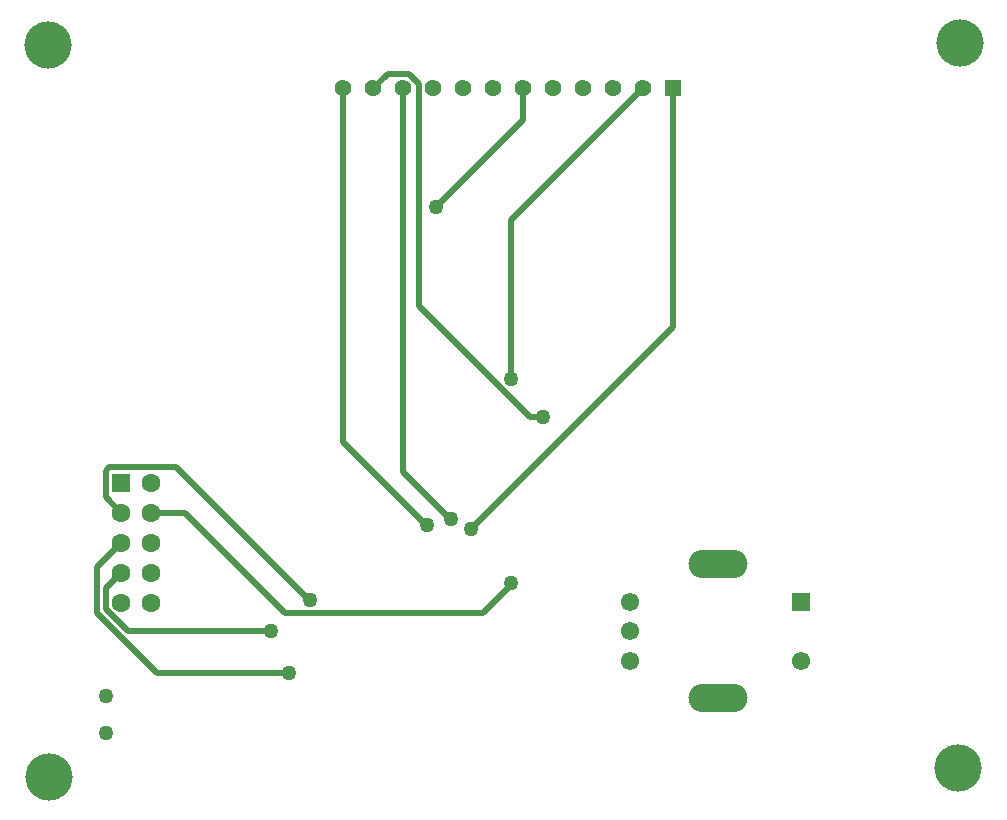
<source format=gbl>
G04*
G04 #@! TF.GenerationSoftware,Altium Limited,Altium Designer,23.3.1 (30)*
G04*
G04 Layer_Physical_Order=2*
G04 Layer_Color=16711680*
%FSLAX44Y44*%
%MOMM*%
G71*
G04*
G04 #@! TF.SameCoordinates,9D1C814F-3D62-4E25-A1EC-C7D894C9282A*
G04*
G04*
G04 #@! TF.FilePolarity,Positive*
G04*
G01*
G75*
G04:AMPARAMS|DCode=19|XSize=2.4mm|YSize=5mm|CornerRadius=1.2mm|HoleSize=0mm|Usage=FLASHONLY|Rotation=270.000|XOffset=0mm|YOffset=0mm|HoleType=Round|Shape=RoundedRectangle|*
%AMROUNDEDRECTD19*
21,1,2.4000,2.6000,0,0,270.0*
21,1,0.0000,5.0000,0,0,270.0*
1,1,2.4000,-1.3000,0.0000*
1,1,2.4000,-1.3000,0.0000*
1,1,2.4000,1.3000,0.0000*
1,1,2.4000,1.3000,0.0000*
%
%ADD19ROUNDEDRECTD19*%
%ADD20C,1.5500*%
%ADD21R,1.5500X1.5500*%
%ADD30C,0.5080*%
%ADD31C,1.4250*%
%ADD32R,1.4250X1.4250*%
%ADD33R,1.6000X1.6000*%
%ADD34C,1.6000*%
%ADD35C,4.0000*%
%ADD36C,1.2700*%
D19*
X594360Y93010D02*
D03*
Y207010D02*
D03*
D20*
X519360Y125010D02*
D03*
Y150010D02*
D03*
Y175010D02*
D03*
X664360Y125010D02*
D03*
D21*
Y175010D02*
D03*
D30*
X114300Y250190D02*
X142909D01*
X227999Y165100D01*
X394970D01*
X78796Y288670D02*
X135510D01*
X247650Y176530D01*
X248920D01*
X434686Y331470D02*
X445770D01*
X340855Y425300D02*
X434686Y331470D01*
X340855Y425300D02*
Y613666D01*
X332715Y621805D02*
X340855Y613666D01*
X314465Y621805D02*
X332715D01*
X302260Y609600D02*
X314465Y621805D01*
X556260Y407670D02*
Y609600D01*
X384810Y236220D02*
X556260Y407670D01*
X327660Y284480D02*
Y609600D01*
Y284480D02*
X367030Y245110D01*
X355600Y509270D02*
X429260Y582930D01*
Y609600D01*
X419100Y363220D02*
Y497840D01*
X530860Y609600D01*
X346710Y240030D02*
X347980D01*
X276860Y309880D02*
X346710Y240030D01*
X276860Y309880D02*
Y609600D01*
X367030Y245110D02*
X368300D01*
X394970Y165100D02*
X419100Y189230D01*
Y190500D01*
X94532Y149860D02*
X215900D01*
X68200Y204090D02*
X88900Y224790D01*
X119316Y114300D02*
X231140D01*
X75820Y168572D02*
X94532Y149860D01*
X75820Y186310D02*
X88900Y199390D01*
X75820Y168572D02*
Y186310D01*
X68200Y165416D02*
X119316Y114300D01*
X68200Y165416D02*
Y204090D01*
X75820Y285694D02*
X78796Y288670D01*
X75820Y263270D02*
Y285694D01*
Y263270D02*
X88900Y250190D01*
D31*
X327660Y609600D02*
D03*
X353060D02*
D03*
X378460D02*
D03*
X302260D02*
D03*
X403860D02*
D03*
X429260D02*
D03*
X480060D02*
D03*
X454660D02*
D03*
X530860D02*
D03*
X505460D02*
D03*
X276860D02*
D03*
D32*
X556260D02*
D03*
D33*
X88900Y275590D02*
D03*
D34*
X114300D02*
D03*
X88900Y250190D02*
D03*
X114300D02*
D03*
X88900Y224790D02*
D03*
X114300D02*
D03*
X88900Y199390D02*
D03*
Y173990D02*
D03*
X114300Y199390D02*
D03*
Y173990D02*
D03*
D35*
X26670Y646430D02*
D03*
X798830Y647700D02*
D03*
X27940Y26670D02*
D03*
X797560Y34290D02*
D03*
D36*
X76200Y95250D02*
D03*
Y63500D02*
D03*
X445770Y331470D02*
D03*
X355600Y509270D02*
D03*
X384810Y236220D02*
D03*
X419100Y363220D02*
D03*
X347980Y240030D02*
D03*
X368300Y245110D02*
D03*
X419100Y190500D02*
D03*
X215900Y149860D02*
D03*
X231140Y114300D02*
D03*
X248920Y176530D02*
D03*
M02*

</source>
